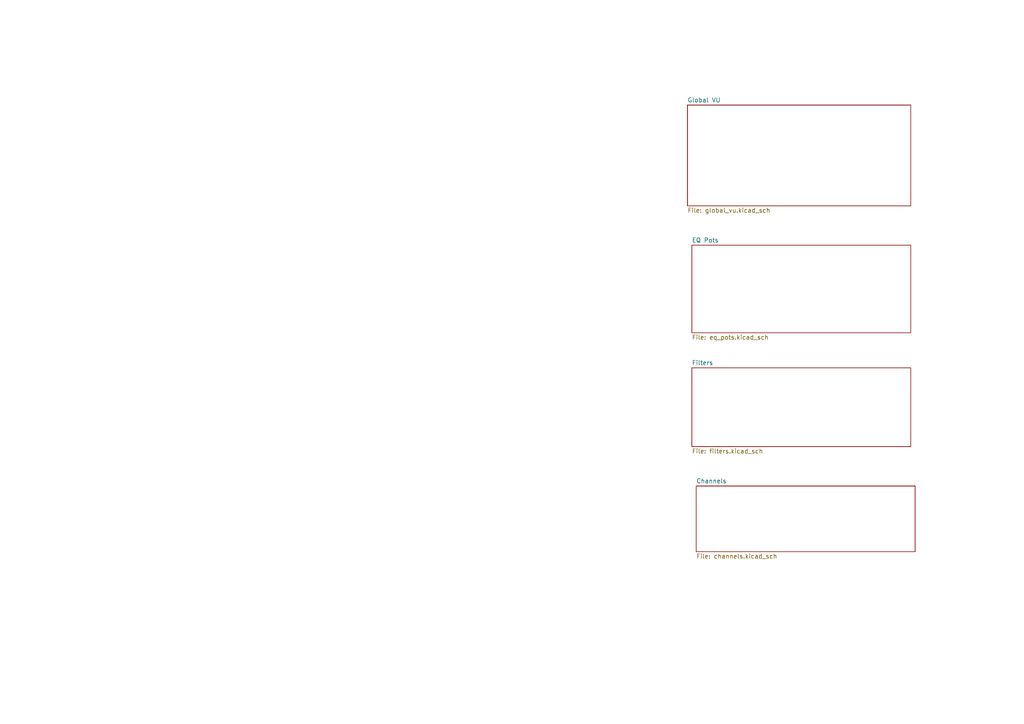
<source format=kicad_sch>
(kicad_sch
	(version 20231120)
	(generator "eeschema")
	(generator_version "8.0")
	(uuid "3983ec4c-5b8c-4717-b463-a25263084aba")
	(paper "A4")
	(lib_symbols)
	(sheet
		(at 201.93 140.97)
		(size 63.5 19.05)
		(fields_autoplaced yes)
		(stroke
			(width 0.1524)
			(type solid)
		)
		(fill
			(color 0 0 0 0.0000)
		)
		(uuid "425b08d0-1a70-428d-815c-9be10b8359d3")
		(property "Sheetname" "Channels"
			(at 201.93 140.2584 0)
			(effects
				(font
					(size 1.27 1.27)
				)
				(justify left bottom)
			)
		)
		(property "Sheetfile" "channels.kicad_sch"
			(at 201.93 160.6046 0)
			(effects
				(font
					(size 1.27 1.27)
				)
				(justify left top)
			)
		)
		(instances
			(project "M01"
				(path "/3983ec4c-5b8c-4717-b463-a25263084aba"
					(page "5")
				)
			)
		)
	)
	(sheet
		(at 200.66 71.12)
		(size 63.5 25.4)
		(fields_autoplaced yes)
		(stroke
			(width 0.1524)
			(type solid)
		)
		(fill
			(color 0 0 0 0.0000)
		)
		(uuid "58be469c-79c1-404e-880c-b6416360c8ea")
		(property "Sheetname" "EQ Pots"
			(at 200.66 70.4084 0)
			(effects
				(font
					(size 1.27 1.27)
				)
				(justify left bottom)
			)
		)
		(property "Sheetfile" "eq_pots.kicad_sch"
			(at 200.66 97.1046 0)
			(effects
				(font
					(size 1.27 1.27)
				)
				(justify left top)
			)
		)
		(instances
			(project "M01"
				(path "/3983ec4c-5b8c-4717-b463-a25263084aba"
					(page "3")
				)
			)
		)
	)
	(sheet
		(at 199.39 30.48)
		(size 64.77 29.21)
		(fields_autoplaced yes)
		(stroke
			(width 0.1524)
			(type solid)
		)
		(fill
			(color 0 0 0 0.0000)
		)
		(uuid "6e02a1af-3eb6-4d37-9cc3-897bdc37b8e0")
		(property "Sheetname" "Global VU"
			(at 199.39 29.7684 0)
			(effects
				(font
					(size 1.27 1.27)
				)
				(justify left bottom)
			)
		)
		(property "Sheetfile" "global_vu.kicad_sch"
			(at 199.39 60.2746 0)
			(effects
				(font
					(size 1.27 1.27)
				)
				(justify left top)
			)
		)
		(instances
			(project "M01"
				(path "/3983ec4c-5b8c-4717-b463-a25263084aba"
					(page "2")
				)
			)
		)
	)
	(sheet
		(at 200.66 106.68)
		(size 63.5 22.86)
		(fields_autoplaced yes)
		(stroke
			(width 0.1524)
			(type solid)
		)
		(fill
			(color 0 0 0 0.0000)
		)
		(uuid "d906b66e-96c4-4409-ab87-d5810e49d9a3")
		(property "Sheetname" "Filters"
			(at 200.66 105.9684 0)
			(effects
				(font
					(size 1.27 1.27)
				)
				(justify left bottom)
			)
		)
		(property "Sheetfile" "filters.kicad_sch"
			(at 200.66 130.1246 0)
			(effects
				(font
					(size 1.27 1.27)
				)
				(justify left top)
			)
		)
		(instances
			(project "M01"
				(path "/3983ec4c-5b8c-4717-b463-a25263084aba"
					(page "4")
				)
			)
		)
	)
	(sheet_instances
		(path "/"
			(page "1")
		)
	)
)

</source>
